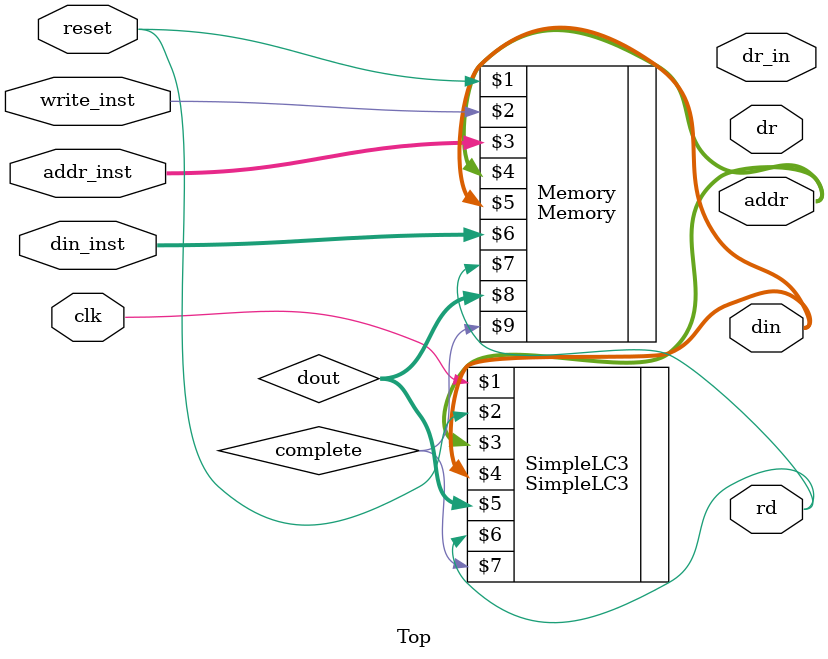
<source format=v>
module Top(
  clk,
  reset,
  din_inst,
  write_inst,
  addr_inst,
  rd,
  din,
  addr,
  dr,
  dr_in
  );
  
  input clk, reset, write_inst;
  input [15:0] din_inst, addr_inst;
  output [15:0] din, addr, dr_in;
  output rd;
  output [2:0] dr;
  
  wire complete;
  wire [15:0] dout;
  
  Memory Memory(reset, write_inst, addr_inst, addr, din, din_inst, rd, dout, complete);
  SimpleLC3 SimpleLC3(clk, reset, addr, din, dout, rd, complete);  
  
  
endmodule
</source>
